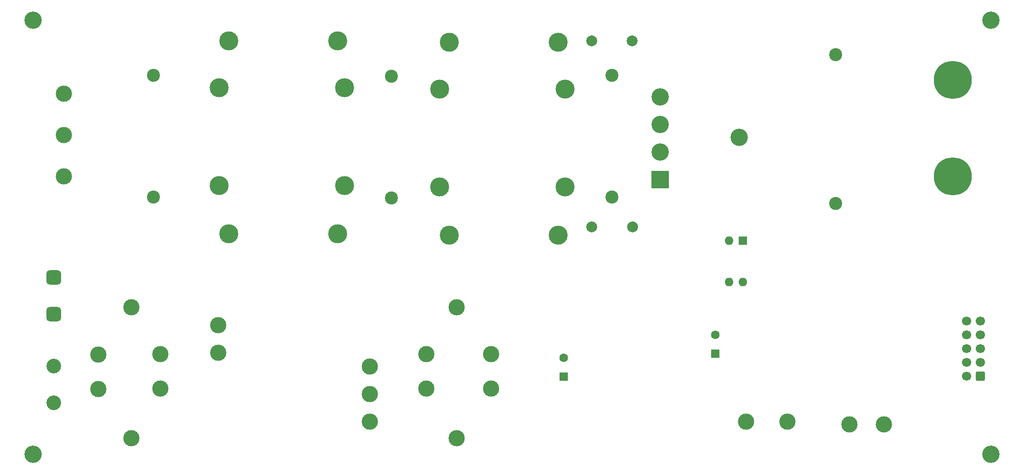
<source format=gbs>
G04 #@! TF.GenerationSoftware,KiCad,Pcbnew,7.0.2*
G04 #@! TF.CreationDate,2023-07-17T11:55:21+02:00*
G04 #@! TF.ProjectId,Module_3,4d6f6475-6c65-45f3-932e-6b696361645f,rev?*
G04 #@! TF.SameCoordinates,Original*
G04 #@! TF.FileFunction,Soldermask,Bot*
G04 #@! TF.FilePolarity,Negative*
%FSLAX46Y46*%
G04 Gerber Fmt 4.6, Leading zero omitted, Abs format (unit mm)*
G04 Created by KiCad (PCBNEW 7.0.2) date 2023-07-17 11:55:21*
%MOMM*%
%LPD*%
G01*
G04 APERTURE LIST*
G04 Aperture macros list*
%AMRoundRect*
0 Rectangle with rounded corners*
0 $1 Rounding radius*
0 $2 $3 $4 $5 $6 $7 $8 $9 X,Y pos of 4 corners*
0 Add a 4 corners polygon primitive as box body*
4,1,4,$2,$3,$4,$5,$6,$7,$8,$9,$2,$3,0*
0 Add four circle primitives for the rounded corners*
1,1,$1+$1,$2,$3*
1,1,$1+$1,$4,$5*
1,1,$1+$1,$6,$7*
1,1,$1+$1,$8,$9*
0 Add four rect primitives between the rounded corners*
20,1,$1+$1,$2,$3,$4,$5,0*
20,1,$1+$1,$4,$5,$6,$7,0*
20,1,$1+$1,$6,$7,$8,$9,0*
20,1,$1+$1,$8,$9,$2,$3,0*%
G04 Aperture macros list end*
%ADD10C,3.200000*%
%ADD11R,1.600000X1.600000*%
%ADD12C,1.600000*%
%ADD13C,2.400000*%
%ADD14C,3.000000*%
%ADD15C,2.000000*%
%ADD16O,1.600000X1.600000*%
%ADD17RoundRect,0.675000X-0.675000X0.675000X-0.675000X-0.675000X0.675000X-0.675000X0.675000X0.675000X0*%
%ADD18C,2.700000*%
%ADD19C,7.000000*%
%ADD20C,3.500000*%
%ADD21RoundRect,0.250000X0.600000X0.600000X-0.600000X0.600000X-0.600000X-0.600000X0.600000X-0.600000X0*%
%ADD22C,1.700000*%
%ADD23R,3.200000X3.200000*%
G04 APERTURE END LIST*
D10*
X52705000Y-51208000D03*
D11*
X150495000Y-116938000D03*
D12*
X150495000Y-113438000D03*
D13*
X74930000Y-83868000D03*
X74930000Y-61368000D03*
D14*
X203200000Y-125730000D03*
D15*
X155635000Y-55018000D03*
X163135000Y-55018000D03*
D11*
X183520000Y-91858000D03*
D16*
X180980000Y-91858000D03*
X180980000Y-99478000D03*
X183520000Y-99478000D03*
D14*
X209550000Y-125730000D03*
D13*
X200660000Y-57558000D03*
X200660000Y-85058000D03*
D17*
X56515000Y-98650000D03*
X56515000Y-105410000D03*
D18*
X56515000Y-115000000D03*
X56515000Y-121760000D03*
D19*
X222250000Y-80010000D03*
D10*
X182880000Y-72798000D03*
D19*
X222250000Y-62230000D03*
D10*
X52705000Y-131218000D03*
D14*
X58420000Y-64770000D03*
X58420000Y-72390000D03*
X58420000Y-80010000D03*
D20*
X129413000Y-90832000D03*
X127635000Y-81942000D03*
X127635000Y-63908000D03*
X129413000Y-55272000D03*
X150749000Y-63908000D03*
X149479000Y-55272000D03*
X149479000Y-90832000D03*
X150749000Y-81942000D03*
D13*
X118745000Y-84048000D03*
X118745000Y-61548000D03*
D10*
X229235000Y-131218000D03*
D15*
X163195000Y-89308000D03*
X155695000Y-89308000D03*
D11*
X178435000Y-112720000D03*
D12*
X178435000Y-109220000D03*
D14*
X70866000Y-104140000D03*
X70866000Y-128270000D03*
X130810000Y-104140000D03*
X130810000Y-128270000D03*
X64770000Y-112903000D03*
X76200000Y-112776000D03*
X86868000Y-107442000D03*
X64770000Y-119253000D03*
X76200000Y-119126000D03*
X86868000Y-112522000D03*
X114808000Y-115062000D03*
X125222000Y-112776000D03*
X137160000Y-112776000D03*
X114808000Y-125222000D03*
X125222000Y-119126000D03*
X137160000Y-119126000D03*
X114808000Y-120142000D03*
D20*
X88773000Y-90578000D03*
X86995000Y-81688000D03*
X86995000Y-63654000D03*
X88773000Y-55018000D03*
X110109000Y-63654000D03*
X108839000Y-55018000D03*
X108839000Y-90578000D03*
X110109000Y-81688000D03*
D10*
X229235000Y-51208000D03*
D13*
X159385000Y-83868000D03*
X159385000Y-61368000D03*
D14*
X184150000Y-125222000D03*
X191770000Y-125222000D03*
D21*
X227330000Y-116840000D03*
D22*
X224790000Y-116840000D03*
X227330000Y-114300000D03*
X224790000Y-114300000D03*
X227330000Y-111760000D03*
X224790000Y-111760000D03*
X227330000Y-109220000D03*
X224790000Y-109220000D03*
X227330000Y-106680000D03*
X224790000Y-106680000D03*
D23*
X168275000Y-80645000D03*
D10*
X168275000Y-75565000D03*
X168275000Y-70485000D03*
X168275000Y-65405000D03*
M02*

</source>
